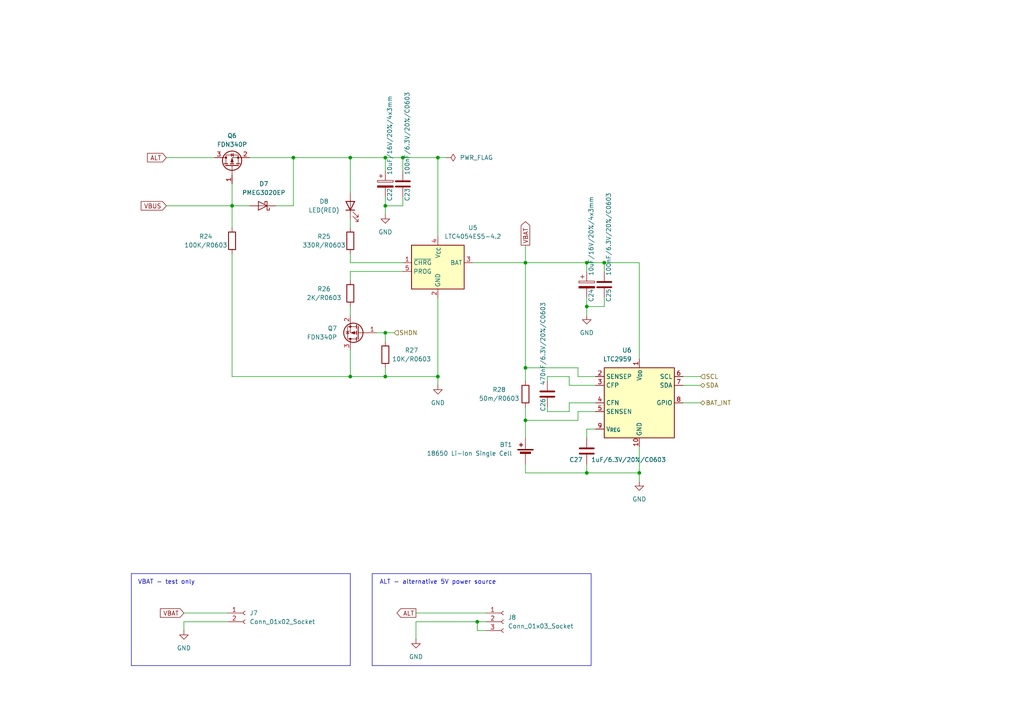
<source format=kicad_sch>
(kicad_sch (version 20231120) (generator "eeschema") (generator_version "8.0")
  (paper "A4")
  (title_block (title "ESP32 embedded application") (date "2024-10-26") (rev "B") (comment 1 "Author: Nicolae-Andrei Vasile") (comment 2 "ESP32 embedded hardware application."))
  (lib_symbols
    (symbol "Battery_Management:LTC2959"
      (property "Reference" "U" (at -10.414 11.938 0))
      (property "Value" "LTC2959" (at 10.16 11.938 0))
      (symbol "LTC2959_1_1"
        (rectangle (start -10.16 10.16) (end 10.16 -10.16) (stroke (width 0.254)) (fill (type background)))
        (pin power_in line (at 0 12.7 270) (length 2.54) (name "V_{DD}") (number "1"))
        (pin power_in line (at 0 -12.7 90) (length 2.54) (name "GND") (number "10"))
        (pin no_connect line (at -10.16 -7.62 0) (length 2.54) hide (name "EP") (number "11"))
        (pin passive line (at 12.7 7.62 180) (length 2.54) (name "SENSEP") (number "2"))
        (pin passive line (at 12.7 5.08 180) (length 2.54) (name "CFP") (number "3"))
        (pin passive line (at 12.7 0 180) (length 2.54) (name "CFN") (number "4"))
        (pin passive line (at 12.7 -2.54 180) (length 2.54) (name "SENSEN") (number "5"))
        (pin input line (at -12.7 7.62 0) (length 2.54) (name "SCL") (number "6"))
        (pin bidirectional line (at -12.7 5.08 0) (length 2.54) (name "SDA") (number "7"))
        (pin bidirectional line (at -12.7 0 0) (length 2.54) (name "GPIO") (number "8"))
        (pin power_out line (at 12.7 -7.62 180) (length 2.54) (name "V_{REG}") (number "9"))
      )
    )
    (symbol "Battery_Management:LTC4054ES5-4.2"
      (property "Reference" "U" (at -5.842 6.604 0))
      (property "Value" "LTC4054ES5-4.2" (at 1.524 6.604 0))
      (symbol "LTC4054ES5-4.2_0_1"
        (rectangle (start -7.62 5.08) (end 7.62 -7.62) (stroke (width 0.254)) (fill (type background)))
      )
      (symbol "LTC4054ES5-4.2_1_1"
        (pin open_collector line (at -10.16 0 0) (length 2.54) (name "~{CHRG}") (number "1"))
        (pin power_in line (at 0 -10.16 90) (length 2.54) (name "GND") (number "2"))
        (pin power_out line (at 10.16 0 180) (length 2.54) (name "BAT") (number "3"))
        (pin power_in line (at 0 7.62 270) (length 2.54) (name "V_{CC}") (number "4"))
        (pin bidirectional line (at -10.16 -2.54 0) (length 2.54) (name "PROG") (number "5"))
      )
    )
    (symbol "Connector:Conn_01x02_Socket" (pin_names (offset 1.016) hide)
      (property "Reference" "J" (at 0 2.54 0))
      (property "Value" "Conn_01x02_Socket" (at 0 -5.08 0))
      (symbol "Conn_01x02_Socket_1_1"
        (arc (start 0 -2.032) (mid -0.5058 -2.54) (end 0 -3.048) (stroke (width 0.1524)))
        (polyline (pts (xy -1.27 -2.54) (xy -0.508 -2.54)) (stroke (width 0.1524)))
        (polyline (pts (xy -1.27 0) (xy -0.508 0)) (stroke (width 0.1524)))
        (arc (start 0 0.508) (mid -0.5058 0) (end 0 -0.508) (stroke (width 0.1524)))
        (pin passive line (at -5.08 0 0) (length 3.81) (name "Pin_1") (number "1"))
        (pin passive line (at -5.08 -2.54 0) (length 3.81) (name "Pin_2") (number "2"))
      )
    )
    (symbol "Connector:Conn_01x03_Socket" (pin_names (offset 1.016) hide)
      (property "Reference" "J" (at 0 5.08 0))
      (property "Value" "Conn_01x03_Socket" (at 0 -5.08 0))
      (symbol "Conn_01x03_Socket_1_1"
        (arc (start 0 -2.032) (mid -0.5058 -2.54) (end 0 -3.048) (stroke (width 0.1524)))
        (polyline (pts (xy -1.27 -2.54) (xy -0.508 -2.54)) (stroke (width 0.1524)))
        (polyline (pts (xy -1.27 0) (xy -0.508 0)) (stroke (width 0.1524)))
        (polyline (pts (xy -1.27 2.54) (xy -0.508 2.54)) (stroke (width 0.1524)))
        (arc (start 0 0.508) (mid -0.5058 0) (end 0 -0.508) (stroke (width 0.1524)))
        (arc (start 0 3.048) (mid -0.5058 2.54) (end 0 2.032) (stroke (width 0.1524)))
        (pin passive line (at -5.08 2.54 0) (length 3.81) (name "Pin_1") (number "1"))
        (pin passive line (at -5.08 0 0) (length 3.81) (name "Pin_2") (number "2"))
        (pin passive line (at -5.08 -2.54 0) (length 3.81) (name "Pin_3") (number "3"))
      )
    )
    (symbol "Device:Battery_Cell" (pin_numbers hide) (pin_names (offset 0) hide)
      (property "Reference" "BT" (at 2.54 2.54 0))
      (property "Value" "Battery_Cell" (at 2.54 0 0))
      (symbol "Battery_Cell_0_1"
        (rectangle (start -2.286 1.778) (end 2.286 1.524) (fill (type outline)))
        (rectangle (start -1.524 1.016) (end 1.524 0.508) (fill (type outline)))
        (polyline (pts (xy 0 0.762) (xy 0 0)))
        (polyline (pts (xy 0 1.778) (xy 0 2.54)))
        (polyline (pts (xy 0.762 3.048) (xy 1.778 3.048)) (stroke (width 0.254)))
        (polyline (pts (xy 1.27 3.556) (xy 1.27 2.54)) (stroke (width 0.254)))
      )
      (symbol "Battery_Cell_1_1"
        (pin passive line (at 0 5.08 270) (length 2.54) (name "+") (number "1"))
        (pin passive line (at 0 -2.54 90) (length 2.54) (name "-") (number "2"))
      )
    )
    (symbol "Device:C" (pin_numbers hide) (pin_names (offset 0.254))
      (property "Reference" "C" (at 0.635 2.54 0))
      (property "Value" "C" (at 0.635 -2.54 0))
      (symbol "C_0_1"
        (polyline (pts (xy -2.032 -0.762) (xy 2.032 -0.762)) (stroke (width 0.508)))
        (polyline (pts (xy -2.032 0.762) (xy 2.032 0.762)) (stroke (width 0.508)))
      )
      (symbol "C_1_1"
        (pin passive line (at 0 3.81 270) (length 2.794) (name "~") (number "1"))
        (pin passive line (at 0 -3.81 90) (length 2.794) (name "~") (number "2"))
      )
    )
    (symbol "Device:C_Polarized" (pin_numbers hide) (pin_names (offset 0.254))
      (property "Reference" "C" (at 0.635 2.54 0))
      (property "Value" "C_Polarized" (at 0.635 -2.54 0))
      (symbol "C_Polarized_0_1"
        (rectangle (start -2.286 0.508) (end 2.286 1.016))
        (polyline (pts (xy -1.778 2.286) (xy -0.762 2.286)))
        (polyline (pts (xy -1.27 2.794) (xy -1.27 1.778)))
        (rectangle (start 2.286 -0.508) (end -2.286 -1.016) (fill (type outline)))
      )
      (symbol "C_Polarized_1_1"
        (pin passive line (at 0 3.81 270) (length 2.794) (name "~") (number "1"))
        (pin passive line (at 0 -3.81 90) (length 2.794) (name "~") (number "2"))
      )
    )
    (symbol "Device:LED" (pin_numbers hide) (pin_names (offset 1.016) hide)
      (property "Reference" "D" (at 0 2.54 0))
      (property "Value" "LED" (at 0 -2.54 0))
      (symbol "LED_0_1"
        (polyline (pts (xy -1.27 -1.27) (xy -1.27 1.27)) (stroke (width 0.254)))
        (polyline (pts (xy -1.27 0) (xy 1.27 0)))
        (polyline (pts (xy 1.27 -1.27) (xy 1.27 1.27) (xy -1.27 0) (xy 1.27 -1.27)) (stroke (width 0.254)))
        (polyline (pts (xy -3.048 -0.762) (xy -4.572 -2.286) (xy -3.81 -2.286) (xy -4.572 -2.286) (xy -4.572 -1.524)))
        (polyline (pts (xy -1.778 -0.762) (xy -3.302 -2.286) (xy -2.54 -2.286) (xy -3.302 -2.286) (xy -3.302 -1.524)))
      )
      (symbol "LED_1_1"
        (pin passive line (at -3.81 0 0) (length 2.54) (name "K") (number "1"))
        (pin passive line (at 3.81 0 180) (length 2.54) (name "A") (number "2"))
      )
    )
    (symbol "Device:R" (pin_numbers hide) (pin_names (offset 0))
      (property "Reference" "R" (at 2.032 0 90))
      (property "Value" "R" (at 0 0 90))
      (symbol "R_0_1"
        (rectangle (start -1.016 -2.54) (end 1.016 2.54) (stroke (width 0.254)))
      )
      (symbol "R_1_1"
        (pin passive line (at 0 3.81 270) (length 1.27) (name "~") (number "1"))
        (pin passive line (at 0 -3.81 90) (length 1.27) (name "~") (number "2"))
      )
    )
    (symbol "Diode:PMEG3020ER" (pin_numbers hide) (pin_names hide)
      (property "Reference" "D" (at 0 2.54 0))
      (property "Value" "PMEG3020ER" (at 0 -2.54 0))
      (symbol "PMEG3020ER_0_1"
        (polyline (pts (xy 1.27 0) (xy -1.27 0)))
        (polyline (pts (xy 1.27 1.27) (xy 1.27 -1.27) (xy -1.27 0) (xy 1.27 1.27)) (stroke (width 0.2032)))
        (polyline (pts (xy -1.905 0.635) (xy -1.905 1.27) (xy -1.27 1.27) (xy -1.27 -1.27) (xy -0.635 -1.27) (xy -0.635 -0.635)) (stroke (width 0.2032)))
      )
      (symbol "PMEG3020ER_1_1"
        (pin passive line (at -3.81 0 0) (length 2.54) (name "K") (number "1"))
        (pin passive line (at 3.81 0 180) (length 2.54) (name "A") (number "2"))
      )
    )
    (symbol "Transistor_FET:FDN340P" (pin_names hide)
      (property "Reference" "Q" (at 5.08 1.905 0))
      (property "Value" "FDN340P" (at 5.08 0 0))
      (symbol "FDN340P_0_1"
        (polyline (pts (xy 0.254 0) (xy -2.54 0)))
        (polyline (pts (xy 0.254 1.905) (xy 0.254 -1.905)) (stroke (width 0.254)))
        (polyline (pts (xy 0.762 -1.27) (xy 0.762 -2.286)) (stroke (width 0.254)))
        (polyline (pts (xy 0.762 0.508) (xy 0.762 -0.508)) (stroke (width 0.254)))
        (polyline (pts (xy 0.762 2.286) (xy 0.762 1.27)) (stroke (width 0.254)))
        (polyline (pts (xy 2.54 2.54) (xy 2.54 1.778)))
        (polyline (pts (xy 2.54 -2.54) (xy 2.54 0) (xy 0.762 0)))
        (polyline (pts (xy 0.762 1.778) (xy 3.302 1.778) (xy 3.302 -1.778) (xy 0.762 -1.778)))
        (polyline (pts (xy 2.286 0) (xy 1.27 0.381) (xy 1.27 -0.381) (xy 2.286 0)) (fill (type outline)))
        (polyline (pts (xy 2.794 -0.508) (xy 2.921 -0.381) (xy 3.683 -0.381) (xy 3.81 -0.254)))
        (polyline (pts (xy 3.302 -0.381) (xy 2.921 0.254) (xy 3.683 0.254) (xy 3.302 -0.381)))
        (circle (center 1.651 0) (radius 2.794) (stroke (width 0.254)))
        (circle (center 2.54 -1.778) (radius 0.254) (fill (type outline)))
        (circle (center 2.54 1.778) (radius 0.254) (fill (type outline)))
      )
      (symbol "FDN340P_1_1"
        (pin input line (at -5.08 0 0) (length 2.54) (name "G") (number "1"))
        (pin passive line (at 2.54 -5.08 90) (length 2.54) (name "S") (number "2"))
        (pin passive line (at 2.54 5.08 270) (length 2.54) (name "D") (number "3"))
      )
    )
    (symbol "power:GND" (power) (pin_numbers hide) (pin_names (offset 0) hide)
      (property "Value" "GND" (at 0 -3.81 0))
      (symbol "GND_0_1"
        (polyline (pts (xy 0 0) (xy 0 -1.27) (xy 1.27 -1.27) (xy 0 -2.54) (xy -1.27 -1.27) (xy 0 -1.27)))
      )
      (symbol "GND_1_1"
        (pin power_in line (at 0 0 270) (length 0) (name "~") (number "1"))
      )
    )
    (symbol "power:PWR_FLAG" (power) (pin_numbers hide) (pin_names (offset 0) hide)
      (property "Value" "PWR_FLAG" (at 0 3.81 0))
      (symbol "PWR_FLAG_0_0"
        (pin power_out line (at 0 0 90) (length 0) (name "~") (number "1"))
      )
      (symbol "PWR_FLAG_0_1"
        (polyline (pts (xy 0 0) (xy 0 1.27) (xy -1.016 1.905) (xy 0 2.54) (xy 1.016 1.905) (xy 0 1.27)))
      )
    )
  )
  (junction (at 101.6 109.22))
  (junction (at 111.76 59.69))
  (junction (at 170.18 88.9))
  (junction (at 127 45.72))
  (junction (at 85.09 45.72))
  (junction (at 116.84 45.72))
  (junction (at 170.18 76.2))
  (junction (at 152.4 121.92))
  (junction (at 101.6 45.72))
  (junction (at 111.76 45.72))
  (junction (at 152.4 76.2))
  (junction (at 138.43 180.34))
  (junction (at 185.42 137.16))
  (junction (at 175.26 76.2))
  (junction (at 67.31 59.69))
  (junction (at 111.76 109.22))
  (junction (at 127 109.22))
  (junction (at 152.4 106.68))
  (junction (at 111.76 96.52))
  (junction (at 170.18 137.16))
  (wire (pts (xy 101.6 78.74) (xy 116.84 78.74)))
  (wire (pts (xy 111.76 57.15) (xy 111.76 59.69)))
  (wire (pts (xy 152.4 137.16) (xy 170.18 137.16)))
  (wire (pts (xy 120.65 180.34) (xy 138.43 180.34)))
  (wire (pts (xy 185.42 104.14) (xy 185.42 76.2)))
  (wire (pts (xy 152.4 76.2) (xy 152.4 106.68)))
  (wire (pts (xy 101.6 101.6) (xy 101.6 109.22)))
  (wire (pts (xy 80.01 59.69) (xy 85.09 59.69)))
  (wire (pts (xy 185.42 137.16) (xy 170.18 137.16)))
  (wire (pts (xy 185.42 129.54) (xy 185.42 137.16)))
  (wire (pts (xy 175.26 86.36) (xy 175.26 88.9)))
  (wire (pts (xy 127 45.72) (xy 129.54 45.72)))
  (wire (pts (xy 101.6 63.5) (xy 101.6 66.04)))
  (wire (pts (xy 67.31 59.69) (xy 67.31 66.04)))
  (wire (pts (xy 185.42 137.16) (xy 185.42 139.7)))
  (wire (pts (xy 140.97 182.88) (xy 138.43 182.88)))
  (wire (pts (xy 158.75 110.49) (xy 158.75 109.22)))
  (wire (pts (xy 85.09 45.72) (xy 101.6 45.72)))
  (wire (pts (xy 127 45.72) (xy 127 68.58)))
  (wire (pts (xy 116.84 45.72) (xy 116.84 49.53)))
  (wire (pts (xy 170.18 134.62) (xy 170.18 137.16)))
  (wire (pts (xy 111.76 59.69) (xy 116.84 59.69)))
  (wire (pts (xy 165.1 109.22) (xy 165.1 111.76)))
  (wire (pts (xy 111.76 96.52) (xy 114.3 96.52)))
  (wire (pts (xy 85.09 59.69) (xy 85.09 45.72)))
  (wire (pts (xy 167.64 109.22) (xy 167.64 106.68)))
  (wire (pts (xy 127 86.36) (xy 127 109.22)))
  (wire (pts (xy 111.76 96.52) (xy 111.76 99.06)))
  (polyline (pts (xy 101.6 193.04) (xy 101.6 166.37)))
  (wire (pts (xy 120.65 177.8) (xy 140.97 177.8)))
  (wire (pts (xy 67.31 53.34) (xy 67.31 59.69)))
  (wire (pts (xy 170.18 88.9) (xy 175.26 88.9)))
  (wire (pts (xy 152.4 118.11) (xy 152.4 121.92)))
  (wire (pts (xy 120.65 180.34) (xy 120.65 185.42)))
  (wire (pts (xy 152.4 71.12) (xy 152.4 76.2)))
  (wire (pts (xy 165.1 116.84) (xy 172.72 116.84)))
  (wire (pts (xy 170.18 86.36) (xy 170.18 88.9)))
  (wire (pts (xy 101.6 73.66) (xy 101.6 76.2)))
  (polyline (pts (xy 38.1 193.04) (xy 101.6 193.04)))
  (wire (pts (xy 170.18 124.46) (xy 170.18 127)))
  (polyline (pts (xy 171.45 193.04) (xy 171.45 166.37)))
  (wire (pts (xy 138.43 180.34) (xy 138.43 182.88)))
  (wire (pts (xy 101.6 109.22) (xy 111.76 109.22)))
  (wire (pts (xy 101.6 78.74) (xy 101.6 81.28)))
  (wire (pts (xy 101.6 45.72) (xy 111.76 45.72)))
  (wire (pts (xy 175.26 76.2) (xy 185.42 76.2)))
  (wire (pts (xy 165.1 119.38) (xy 165.1 116.84)))
  (polyline (pts (xy 107.95 166.37) (xy 171.45 166.37)))
  (wire (pts (xy 158.75 118.11) (xy 158.75 119.38)))
  (wire (pts (xy 172.72 124.46) (xy 170.18 124.46)))
  (wire (pts (xy 48.26 45.72) (xy 62.23 45.72)))
  (polyline (pts (xy 38.1 166.37) (xy 38.1 193.04)))
  (wire (pts (xy 138.43 180.34) (xy 140.97 180.34)))
  (wire (pts (xy 116.84 76.2) (xy 101.6 76.2)))
  (wire (pts (xy 67.31 73.66) (xy 67.31 109.22)))
  (wire (pts (xy 158.75 119.38) (xy 165.1 119.38)))
  (wire (pts (xy 167.64 121.92) (xy 152.4 121.92)))
  (wire (pts (xy 67.31 109.22) (xy 101.6 109.22)))
  (wire (pts (xy 198.12 109.22) (xy 203.2 109.22)))
  (wire (pts (xy 167.64 119.38) (xy 167.64 121.92)))
  (wire (pts (xy 111.76 59.69) (xy 111.76 62.23)))
  (wire (pts (xy 111.76 45.72) (xy 116.84 45.72)))
  (wire (pts (xy 111.76 45.72) (xy 111.76 49.53)))
  (wire (pts (xy 66.04 180.34) (xy 53.34 180.34)))
  (wire (pts (xy 127 109.22) (xy 127 111.76)))
  (wire (pts (xy 152.4 121.92) (xy 152.4 127)))
  (wire (pts (xy 67.31 59.69) (xy 72.39 59.69)))
  (wire (pts (xy 170.18 88.9) (xy 170.18 91.44)))
  (wire (pts (xy 198.12 111.76) (xy 203.2 111.76)))
  (polyline (pts (xy 107.95 193.04) (xy 171.45 193.04)))
  (wire (pts (xy 152.4 106.68) (xy 152.4 110.49)))
  (wire (pts (xy 152.4 134.62) (xy 152.4 137.16)))
  (wire (pts (xy 152.4 106.68) (xy 167.64 106.68)))
  (wire (pts (xy 101.6 88.9) (xy 101.6 91.44)))
  (wire (pts (xy 170.18 76.2) (xy 170.18 78.74)))
  (wire (pts (xy 72.39 45.72) (xy 85.09 45.72)))
  (wire (pts (xy 111.76 109.22) (xy 127 109.22)))
  (wire (pts (xy 172.72 109.22) (xy 167.64 109.22)))
  (wire (pts (xy 137.16 76.2) (xy 152.4 76.2)))
  (wire (pts (xy 175.26 76.2) (xy 175.26 78.74)))
  (wire (pts (xy 198.12 116.84) (xy 203.2 116.84)))
  (wire (pts (xy 53.34 177.8) (xy 66.04 177.8)))
  (wire (pts (xy 111.76 106.68) (xy 111.76 109.22)))
  (wire (pts (xy 170.18 76.2) (xy 175.26 76.2)))
  (wire (pts (xy 165.1 111.76) (xy 172.72 111.76)))
  (wire (pts (xy 116.84 45.72) (xy 127 45.72)))
  (wire (pts (xy 109.22 96.52) (xy 111.76 96.52)))
  (wire (pts (xy 101.6 45.72) (xy 101.6 55.88)))
  (wire (pts (xy 158.75 109.22) (xy 165.1 109.22)))
  (wire (pts (xy 53.34 180.34) (xy 53.34 182.88)))
  (wire (pts (xy 116.84 59.69) (xy 116.84 57.15)))
  (wire (pts (xy 48.26 59.69) (xy 67.31 59.69)))
  (wire (pts (xy 172.72 119.38) (xy 167.64 119.38)))
  (polyline (pts (xy 107.95 166.37) (xy 107.95 193.04)))
  (wire (pts (xy 152.4 76.2) (xy 170.18 76.2)))
  (polyline (pts (xy 101.6 166.37) (xy 38.1 166.37)))
  (text "VBAT - test only" (at 48.26 168.91 0) (effects (font (size 1.27 1.27))))
  (text "ALT - alternative 5V power source" (at 127 168.91 0) (effects (font (size 1.27 1.27))))
  (global_label "VBUS" (shape input) (at 48.26 59.69 180) (property "Intersheetrefs" "${INTERSHEET_REFS}" (effects (hide yes))))
  (global_label "ALT" (shape output) (at 120.65 177.8 180) (property "Intersheetrefs" "${INTERSHEET_REFS}" (effects (hide yes))))
  (global_label "VBAT" (shape input) (at 53.34 177.8 180) (property "Intersheetrefs" "${INTERSHEET_REFS}" (effects (hide yes))))
  (global_label "VBAT" (shape output) (at 152.4 71.12 90) (property "Intersheetrefs" "${INTERSHEET_REFS}" (effects (hide yes))))
  (global_label "ALT" (shape input) (at 48.26 45.72 180) (property "Intersheetrefs" "${INTERSHEET_REFS}" (effects (hide yes))))
  (hierarchical_label "SDA" (shape bidirectional) (at 203.2 111.76 0))
  (hierarchical_label "BAT_INT" (shape bidirectional) (at 203.2 116.84 0))
  (hierarchical_label "SCL" (shape input) (at 203.2 109.22 0))
  (hierarchical_label "SHDN" (shape input) (at 114.3 96.52 0))
  (symbol (lib_id "Diode:PMEG3020ER") (at 76.2 59.69 180) (unit 1)
    (property "Reference" "D7" (at 76.5175 53.34 0))
    (property "Value" "PMEG3020EP" (at 76.5175 55.88 0))
    (property "Footprint" "Diode_SMD:D_SOD-128" (effects (hide yes)))
    (property "Datasheet" "https://assets.nexperia.com/documents/data-sheet/PMEG3020EP.pdf" (effects (hide yes)))
    (property "Description" "30V, 2A low Vf MEGA Schottky barrier rectifier, SOD-123W" (effects (hide yes)))
  )
  (symbol (lib_id "power:GND") (at 170.18 91.44 0) (unit 1)
    (property "Reference" "#PWR024" (effects (hide yes)))
    (property "Value" "GND" (at 170.18 96.52 0))
    (property "Description" "Power symbol creates a global label with name \"GND\" , ground" (effects (hide yes)))
  )
  (symbol (lib_id "Device:R") (at 101.6 69.85 0) (unit 1)
    (property "Reference" "R25" (at 93.98 68.58 0))
    (property "Value" "330R/R0603" (at 93.98 71.12 0))
    (property "Footprint" "Resistor_SMD:R_0603_1608Metric_Pad0.98x0.95mm_HandSolder" (effects (hide yes)))
    (property "Description" "Resistor" (effects (hide yes)))
  )
  (symbol (lib_id "Device:C") (at 170.18 130.81 0) (unit 1)
    (property "Reference" "C27" (at 165.1 133.35 0) (effects (justify left)))
    (property "Value" "1uF/6.3V/20%/C0603" (at 171.45 133.35 0) (effects (justify left)))
    (property "Footprint" "Capacitor_SMD:C_0603_1608Metric_Pad1.08x0.95mm_HandSolder" (effects (hide yes)))
    (property "Description" "Unpolarized capacitor" (effects (hide yes)))
  )
  (symbol (lib_id "Device:C") (at 175.26 82.55 0) (unit 1)
    (property "Reference" "C25" (at 176.53 87.63 90) (effects (justify left)))
    (property "Value" "100nF/6.3V/20%/C0603" (at 176.53 80.01 90) (effects (justify left)))
    (property "Footprint" "Capacitor_SMD:C_0603_1608Metric_Pad1.08x0.95mm_HandSolder" (effects (hide yes)))
    (property "Description" "Unpolarized capacitor" (effects (hide yes)))
  )
  (symbol (lib_id "Device:R") (at 67.31 69.85 180) (unit 1)
    (property "Reference" "R24" (at 59.69 68.58 0))
    (property "Value" "100K/R0603" (at 59.69 71.12 0))
    (property "Footprint" "Resistor_SMD:R_0603_1608Metric_Pad0.98x0.95mm_HandSolder" (effects (hide yes)))
    (property "Description" "Resistor" (effects (hide yes)))
  )
  (symbol (lib_id "Device:R") (at 111.76 102.87 0) (mirror x) (unit 1)
    (property "Reference" "R27" (at 119.38 101.6 0))
    (property "Value" "10K/R0603" (at 119.38 104.14 0))
    (property "Footprint" "Resistor_SMD:R_0603_1608Metric_Pad0.98x0.95mm_HandSolder" (effects (hide yes)))
    (property "Description" "Resistor" (effects (hide yes)))
  )
  (symbol (lib_id "Battery_Management:LTC2959") (at 185.42 116.84 0) (mirror y) (unit 1)
    (property "Reference" "U6" (at 183.2259 101.6 0) (effects (justify left)))
    (property "Value" "LTC2959" (at 183.2259 104.14 0) (effects (justify left)))
    (property "Footprint" "Package_DFN_QFN:DFN-10-1EP_2x3mm_P0.5mm_EP0.64x2.4mm" (effects (hide yes)))
    (property "Datasheet" "https://www.analog.com/media/en/technical-documentation/data-sheets/ltc2959.pdf" (effects (hide yes)))
    (property "Description" "Ultra-Low Power Battery Gas Gauge with Temperature, Voltage Measurement, DFN-10" (effects (hide yes)))
  )
  (symbol (lib_id "Device:C") (at 116.84 53.34 0) (unit 1)
    (property "Reference" "C23" (at 118.11 58.42 90) (effects (justify left)))
    (property "Value" "100nF/6.3V/20%/C0603" (at 118.11 50.8 90) (effects (justify left)))
    (property "Footprint" "Capacitor_SMD:C_0603_1608Metric_Pad1.08x0.95mm_HandSolder" (effects (hide yes)))
    (property "Description" "Unpolarized capacitor" (effects (hide yes)))
  )
  (symbol (lib_id "Device:C_Polarized") (at 170.18 82.55 0) (unit 1)
    (property "Reference" "C24" (at 171.45 87.63 90) (effects (justify left)))
    (property "Value" "10uF/16V/20%/4x3mm" (at 171.45 80.01 90) (effects (justify left)))
    (property "Footprint" "Capacitor_SMD:CP_Elec_4x3" (effects (hide yes)))
    (property "Description" "Polarized capacitor" (effects (hide yes)))
  )
  (symbol (lib_id "power:GND") (at 127 111.76 0) (unit 1)
    (property "Reference" "#PWR025" (effects (hide yes)))
    (property "Value" "GND" (at 127 116.84 0))
    (property "Description" "Power symbol creates a global label with name \"GND\" , ground" (effects (hide yes)))
  )
  (symbol (lib_id "Transistor_FET:FDN340P") (at 104.14 96.52 180) (unit 1)
    (property "Reference" "Q7" (at 97.79 95.2499 0) (effects (justify left)))
    (property "Value" "FDN340P" (at 97.79 97.7899 0) (effects (justify left)))
    (property "Footprint" "Package_TO_SOT_SMD:SOT-23" (effects (hide yes)))
    (property "Datasheet" "https://www.onsemi.com/pub/Collateral/FDN340P-D.PDF" (effects (hide yes)))
    (property "Description" "-2A Id, -20V Vds, P-Channel MOSFET, 70mOhm Ron, SOT-23" (effects (hide yes)))
  )
  (symbol (lib_id "Connector:Conn_01x03_Socket") (at 146.05 180.34 0) (unit 1)
    (property "Reference" "J8" (at 147.32 179.0699 0) (effects (justify left)))
    (property "Value" "Conn_01x03_Socket" (at 147.32 181.6099 0) (effects (justify left)))
    (property "Footprint" "TerminalBlock_Phoenix:TerminalBlock_Phoenix_MPT-0,5-3-2.54_1x03_P2.54mm_Horizontal" (effects (hide yes)))
    (property "Description" "Generic connector, single row, 01x03, script generated" (effects (hide yes)))
  )
  (symbol (lib_id "power:GND") (at 120.65 185.42 0) (unit 1)
    (property "Reference" "#PWR028" (effects (hide yes)))
    (property "Value" "GND" (at 120.65 190.5 0))
    (property "Description" "Power symbol creates a global label with name \"GND\" , ground" (effects (hide yes)))
  )
  (symbol (lib_id "power:PWR_FLAG") (at 129.54 45.72 270) (unit 1)
    (property "Reference" "#FLG05" (effects (hide yes)))
    (property "Value" "PWR_FLAG" (at 133.35 45.7199 90) (effects (justify left)))
    (property "Description" "Special symbol for telling ERC where power comes from" (effects (hide yes)))
  )
  (symbol (lib_id "power:GND") (at 53.34 182.88 0) (unit 1)
    (property "Reference" "#PWR027" (effects (hide yes)))
    (property "Value" "GND" (at 53.34 187.96 0))
    (property "Description" "Power symbol creates a global label with name \"GND\" , ground" (effects (hide yes)))
  )
  (symbol (lib_id "Transistor_FET:FDN340P") (at 67.31 48.26 90) (unit 1)
    (property "Reference" "Q6" (at 67.31 39.37 90))
    (property "Value" "FDN340P" (at 67.31 41.91 90))
    (property "Footprint" "Package_TO_SOT_SMD:SOT-23" (effects (hide yes)))
    (property "Datasheet" "https://www.onsemi.com/pub/Collateral/FDN340P-D.PDF" (effects (hide yes)))
    (property "Description" "-2A Id, -20V Vds, P-Channel MOSFET, 70mOhm Ron, SOT-23" (effects (hide yes)))
  )
  (symbol (lib_id "Connector:Conn_01x02_Socket") (at 71.12 177.8 0) (unit 1)
    (property "Reference" "J7" (at 72.39 177.7999 0) (effects (justify left)))
    (property "Value" "Conn_01x02_Socket" (at 72.39 180.3399 0) (effects (justify left)))
    (property "Footprint" "Connector_PinHeader_2.54mm:PinHeader_1x02_P2.54mm_Vertical" (effects (hide yes)))
    (property "Description" "Generic connector, single row, 01x02, script generated" (effects (hide yes)))
  )
  (symbol (lib_id "Device:C_Polarized") (at 111.76 53.34 0) (unit 1)
    (property "Reference" "C22" (at 113.03 58.42 90) (effects (justify left)))
    (property "Value" "10uF/16V/20%/4x3mm" (at 113.03 50.8 90) (effects (justify left)))
    (property "Footprint" "Capacitor_SMD:CP_Elec_4x3" (effects (hide yes)))
    (property "Description" "Polarized capacitor" (effects (hide yes)))
  )
  (symbol (lib_id "power:GND") (at 185.42 139.7 0) (unit 1)
    (property "Reference" "#PWR026" (effects (hide yes)))
    (property "Value" "GND" (at 185.42 144.78 0))
    (property "Description" "Power symbol creates a global label with name \"GND\" , ground" (effects (hide yes)))
  )
  (symbol (lib_id "power:GND") (at 111.76 62.23 0) (unit 1)
    (property "Reference" "#PWR023" (effects (hide yes)))
    (property "Value" "GND" (at 111.76 67.31 0))
    (property "Description" "Power symbol creates a global label with name \"GND\" , ground" (effects (hide yes)))
  )
  (symbol (lib_id "Battery_Management:LTC4054ES5-4.2") (at 127 76.2 0) (unit 1)
    (property "Reference" "U5" (at 137.16 66.04 0))
    (property "Value" "LTC4054ES5-4.2" (at 137.16 68.58 0))
    (property "Footprint" "Package_TO_SOT_SMD:TSOT-23-5" (effects (hide yes)))
    (property "Datasheet" "https://www.analog.com/media/en/technical-documentation/data-sheets/405442xf.pdf" (effects (hide yes)))
    (property "Description" "Constant-current/constant-voltage linear charger for single cell lithium-ion batteries with 2.9V Trickle Charge, 4.5V to 6.5V VDD, -40 to +85 degree Celsius, TSOT-23-5" (effects (hide yes)))
  )
  (symbol (lib_id "Device:R") (at 152.4 114.3 0) (unit 1)
    (property "Reference" "R28" (at 144.78 113.03 0))
    (property "Value" "50m/R0603" (at 144.78 115.57 0))
    (property "Footprint" "Resistor_SMD:R_0603_1608Metric_Pad0.98x0.95mm_HandSolder" (effects (hide yes)))
    (property "Description" "Resistor" (effects (hide yes)))
  )
  (symbol (lib_id "Device:C") (at 158.75 114.3 0) (mirror y) (unit 1)
    (property "Reference" "C26" (at 157.48 119.38 90) (effects (justify left)))
    (property "Value" "470nF/6.3V/20%/C0603" (at 157.48 111.76 90) (effects (justify left)))
    (property "Footprint" "Capacitor_SMD:C_0603_1608Metric_Pad1.08x0.95mm_HandSolder" (effects (hide yes)))
    (property "Description" "Unpolarized capacitor" (effects (hide yes)))
  )
  (symbol (lib_id "Device:Battery_Cell") (at 152.4 132.08 0) (mirror y) (unit 1)
    (property "Reference" "BT1" (at 148.59 128.9684 0) (effects (justify left)))
    (property "Value" "18650 Li-Ion Single Cell" (at 148.59 131.5084 0) (effects (justify left)))
    (property "Footprint" "Battery:BatteryHolder_Keystone_1042_1x18650" (effects (hide yes)))
    (property "Description" "Single-cell battery" (effects (hide yes)))
  )
  (symbol (lib_id "Device:R") (at 101.6 85.09 0) (unit 1)
    (property "Reference" "R26" (at 93.98 83.82 0))
    (property "Value" "2K/R0603" (at 93.98 86.36 0))
    (property "Footprint" "Resistor_SMD:R_0603_1608Metric_Pad0.98x0.95mm_HandSolder" (effects (hide yes)))
    (property "Description" "Resistor" (effects (hide yes)))
  )
  (symbol (lib_id "Device:LED") (at 101.6 59.69 90) (unit 1)
    (property "Reference" "D8" (at 93.98 58.42 90))
    (property "Value" "LED(RED)" (at 93.98 60.96 90))
    (property "Footprint" "LED_SMD:LED_0603_1608Metric_Pad1.05x0.95mm_HandSolder" (effects (hide yes)))
    (property "Description" "Light emitting diode" (effects (hide yes)))
  )
)
</source>
